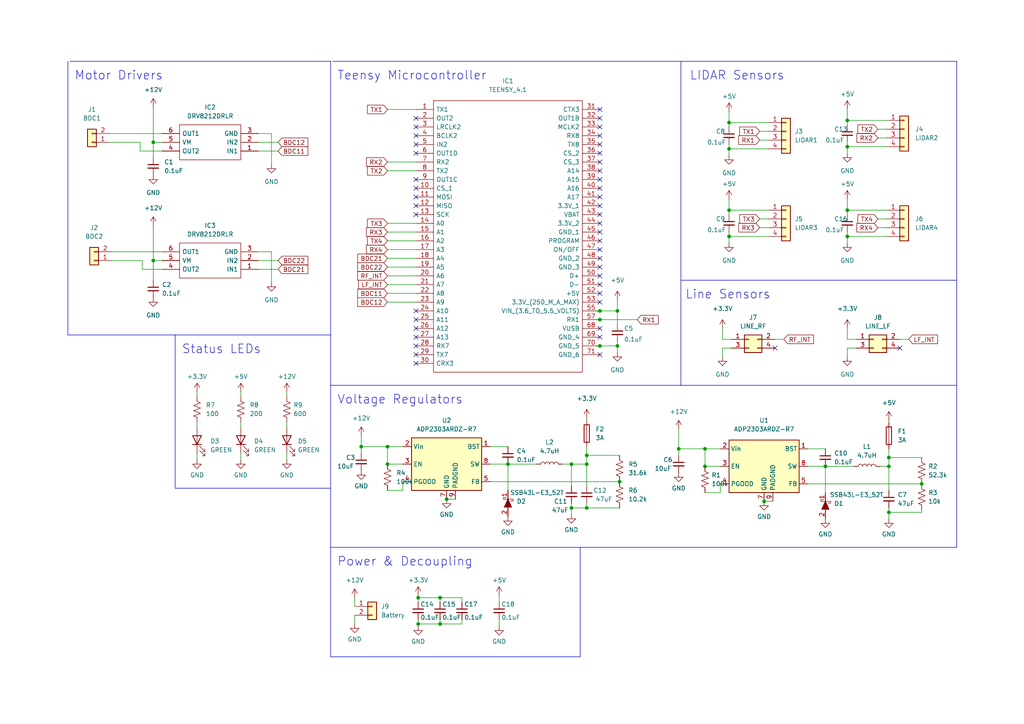
<source format=kicad_sch>
(kicad_sch (version 20230121) (generator eeschema)
  (paper "A4")
  (title_block (title "Ratatoulli_Board") (date "2023-03-07") (rev "1") (company "Georgia Instititute of Technology RoboJackets"))
  (lib_symbols
    (symbol "Connector_Generic:Conn_01x02" (pin_names (offset 1.016) hide)
      (property "Reference" "J" (at 0 2.54 0))
      (property "Value" "Conn_01x02" (at 0 -5.08 0))
      (symbol "Conn_01x02_1_1"
        (rectangle (start -1.27 -2.413) (end 0 -2.667) (stroke (width 0.1524)))
        (rectangle (start -1.27 0.127) (end 0 -0.127) (stroke (width 0.1524)))
        (rectangle (start -1.27 1.27) (end 1.27 -3.81) (stroke (width 0.254)) (fill (type background)))
        (pin passive line (at -5.08 0 0) (length 3.81) (name "Pin_1") (number "1"))
        (pin passive line (at -5.08 -2.54 0) (length 3.81) (name "Pin_2") (number "2"))
      )
    )
    (symbol "Connector_Generic:Conn_01x04" (pin_names (offset 1.016) hide)
      (property "Reference" "J" (at 0 5.08 0))
      (property "Value" "Conn_01x04" (at 0 -7.62 0))
      (symbol "Conn_01x04_1_1"
        (rectangle (start -1.27 -4.953) (end 0 -5.207) (stroke (width 0.1524)))
        (rectangle (start -1.27 -2.413) (end 0 -2.667) (stroke (width 0.1524)))
        (rectangle (start -1.27 0.127) (end 0 -0.127) (stroke (width 0.1524)))
        (rectangle (start -1.27 2.667) (end 0 2.413) (stroke (width 0.1524)))
        (rectangle (start -1.27 3.81) (end 1.27 -6.35) (stroke (width 0.254)) (fill (type background)))
        (pin passive line (at -5.08 2.54 0) (length 3.81) (name "Pin_1") (number "1"))
        (pin passive line (at -5.08 0 0) (length 3.81) (name "Pin_2") (number "2"))
        (pin passive line (at -5.08 -2.54 0) (length 3.81) (name "Pin_3") (number "3"))
        (pin passive line (at -5.08 -5.08 0) (length 3.81) (name "Pin_4") (number "4"))
      )
    )
    (symbol "Connector_Generic:Conn_02x02_Odd_Even" (pin_names (offset 1.016) hide)
      (property "Reference" "J" (at 1.27 2.54 0))
      (property "Value" "Conn_02x02_Odd_Even" (at 1.27 -5.08 0))
      (symbol "Conn_02x02_Odd_Even_1_1"
        (rectangle (start -1.27 -2.413) (end 0 -2.667) (stroke (width 0.1524)))
        (rectangle (start -1.27 0.127) (end 0 -0.127) (stroke (width 0.1524)))
        (rectangle (start -1.27 1.27) (end 3.81 -3.81) (stroke (width 0.254)) (fill (type background)))
        (rectangle (start 3.81 -2.413) (end 2.54 -2.667) (stroke (width 0.1524)))
        (rectangle (start 3.81 0.127) (end 2.54 -0.127) (stroke (width 0.1524)))
        (pin passive line (at -5.08 0 0) (length 3.81) (name "Pin_1") (number "1"))
        (pin passive line (at 7.62 0 180) (length 3.81) (name "Pin_2") (number "2"))
        (pin passive line (at -5.08 -2.54 0) (length 3.81) (name "Pin_3") (number "3"))
        (pin passive line (at 7.62 -2.54 180) (length 3.81) (name "Pin_4") (number "4"))
      )
    )
    (symbol "DRV8212DRLR:DRV8212DRLR" (pin_names (offset 0.762))
      (property "Reference" "IC" (at 24.13 7.62 0))
      (property "Value" "DRV8212DRLR" (at 24.13 5.08 0))
      (symbol "DRV8212DRLR_0_0"
        (pin passive line (at 0 0 0) (length 5.08) (name "IN1") (number "1"))
        (pin passive line (at 0 -2.54 0) (length 5.08) (name "IN2") (number "2"))
        (pin passive line (at 0 -5.08 0) (length 5.08) (name "GND") (number "3"))
        (pin passive line (at 27.94 0 180) (length 5.08) (name "OUT2") (number "4"))
        (pin passive line (at 27.94 -2.54 180) (length 5.08) (name "VM") (number "5"))
        (pin passive line (at 27.94 -5.08 180) (length 5.08) (name "OUT1") (number "6"))
      )
      (symbol "DRV8212DRLR_0_1"
        (polyline (pts (xy 5.08 2.54) (xy 22.86 2.54) (xy 22.86 -7.62) (xy 5.08 -7.62) (xy 5.08 2.54)) (stroke (width 0.1524)))
      )
    )
    (symbol "Device:C_Small" (pin_numbers hide) (pin_names (offset 0.254) hide)
      (property "Reference" "C" (at 0.254 1.778 0))
      (property "Value" "C_Small" (at 0.254 -2.032 0))
      (symbol "C_Small_0_1"
        (polyline (pts (xy -1.524 -0.508) (xy 1.524 -0.508)) (stroke (width 0.3302)))
        (polyline (pts (xy -1.524 0.508) (xy 1.524 0.508)) (stroke (width 0.3048)))
      )
      (symbol "C_Small_1_1"
        (pin passive line (at 0 2.54 270) (length 2.032) (name "~") (number "1"))
        (pin passive line (at 0 -2.54 90) (length 2.032) (name "~") (number "2"))
      )
    )
    (symbol "Device:Fuse" (pin_numbers hide) (pin_names (offset 0))
      (property "Reference" "F" (at 2.032 0 90))
      (property "Value" "Fuse" (at -1.905 0 90))
      (symbol "Fuse_0_1"
        (rectangle (start -0.762 -2.54) (end 0.762 2.54) (stroke (width 0.254)))
        (polyline (pts (xy 0 2.54) (xy 0 -2.54)))
      )
      (symbol "Fuse_1_1"
        (pin passive line (at 0 3.81 270) (length 1.27) (name "~") (number "1"))
        (pin passive line (at 0 -3.81 90) (length 1.27) (name "~") (number "2"))
      )
    )
    (symbol "Device:L" (pin_numbers hide) (pin_names (offset 1.016) hide)
      (property "Reference" "L" (at -1.27 0 90))
      (property "Value" "L" (at 1.905 0 90))
      (symbol "L_0_1"
        (arc (start 0 -2.54) (mid 0.6323 -1.905) (end 0 -1.27))
        (arc (start 0 -1.27) (mid 0.6323 -0.635) (end 0 0))
        (arc (start 0 0) (mid 0.6323 0.635) (end 0 1.27))
        (arc (start 0 1.27) (mid 0.6323 1.905) (end 0 2.54))
      )
      (symbol "L_1_1"
        (pin passive line (at 0 3.81 270) (length 1.27) (name "1") (number "1"))
        (pin passive line (at 0 -3.81 90) (length 1.27) (name "2") (number "2"))
      )
    )
    (symbol "Device:LED" (pin_numbers hide) (pin_names (offset 1.016) hide)
      (property "Reference" "D" (at 0 2.54 0))
      (property "Value" "LED" (at 0 -2.54 0))
      (symbol "LED_0_1"
        (polyline (pts (xy -1.27 -1.27) (xy -1.27 1.27)) (stroke (width 0.254)))
        (polyline (pts (xy -1.27 0) (xy 1.27 0)))
        (polyline (pts (xy 1.27 -1.27) (xy 1.27 1.27) (xy -1.27 0) (xy 1.27 -1.27)) (stroke (width 0.254)))
        (polyline (pts (xy -3.048 -0.762) (xy -4.572 -2.286) (xy -3.81 -2.286) (xy -4.572 -2.286) (xy -4.572 -1.524)))
        (polyline (pts (xy -1.778 -0.762) (xy -3.302 -2.286) (xy -2.54 -2.286) (xy -3.302 -2.286) (xy -3.302 -1.524)))
      )
      (symbol "LED_1_1"
        (pin passive line (at -3.81 0 0) (length 2.54) (name "K") (number "1"))
        (pin passive line (at 3.81 0 180) (length 2.54) (name "A") (number "2"))
      )
    )
    (symbol "Device:R_US" (pin_numbers hide) (pin_names (offset 0))
      (property "Reference" "R" (at 2.54 0 90))
      (property "Value" "R_US" (at -2.54 0 90))
      (symbol "R_US_0_1"
        (polyline (pts (xy 0 -2.286) (xy 0 -2.54)))
        (polyline (pts (xy 0 2.286) (xy 0 2.54)))
        (polyline (pts (xy 0 -0.762) (xy 1.016 -1.143) (xy 0 -1.524) (xy -1.016 -1.905) (xy 0 -2.286)))
        (polyline (pts (xy 0 0.762) (xy 1.016 0.381) (xy 0 0) (xy -1.016 -0.381) (xy 0 -0.762)))
        (polyline (pts (xy 0 2.286) (xy 1.016 1.905) (xy 0 1.524) (xy -1.016 1.143) (xy 0 0.762)))
      )
      (symbol "R_US_1_1"
        (pin passive line (at 0 3.81 270) (length 1.27) (name "~") (number "1"))
        (pin passive line (at 0 -3.81 90) (length 1.27) (name "~") (number "2"))
      )
    )
    (symbol "Regulator_Switching:ADP2303ARDZ"
      (property "Reference" "U" (at -10.16 8.89 0))
      (property "Value" "ADP2303ARDZ" (at -3.81 8.89 0))
      (symbol "ADP2303ARDZ_0_1"
        (rectangle (start -10.16 7.62) (end 10.16 -7.62) (stroke (width 0.254)) (fill (type background)))
      )
      (symbol "ADP2303ARDZ_1_1"
        (pin input line (at 12.7 5.08 180) (length 2.54) (name "BST") (number "1"))
        (pin power_in line (at -12.7 5.08 0) (length 2.54) (name "Vin") (number "2"))
        (pin input line (at -12.7 0 0) (length 2.54) (name "EN") (number "3"))
        (pin output line (at -12.7 -5.08 0) (length 2.54) (name "PGOOD") (number "4"))
        (pin input line (at 12.7 -5.08 180) (length 2.54) (name "FB") (number "5"))
        (pin no_connect line (at -10.16 2.54 0) (length 2.54) hide (name "NC") (number "6"))
        (pin power_in line (at 0 -10.16 90) (length 2.54) (name "GND") (number "7"))
        (pin power_out line (at 12.7 0 180) (length 2.54) (name "SW") (number "8"))
        (pin power_in line (at 2.54 -10.16 90) (length 2.54) (name "PADGND") (number "9"))
      )
    )
    (symbol "SSB43L-E3_52T:SSB43L-E3_52T" (pin_names (offset 0.762))
      (property "Reference" "D?" (at 3.81 -8.8899 90))
      (property "Value" "SSB43L-E3_52T" (at 3.81 -11.4299 90))
      (symbol "SSB43L-E3_52T_0_0"
        (pin passive line (at 5.08 0 0) (length 2.54) (name "~") (number "1"))
        (pin passive line (at 12.7 0 180) (length 2.54) (name "~") (number "2"))
      )
      (symbol "SSB43L-E3_52T_0_1"
        (polyline (pts (xy 5.08 0) (xy 7.62 0)) (stroke (width 0.1524)))
        (polyline (pts (xy 7.62 1.524) (xy 7.62 -1.27)) (stroke (width 0.1524)))
        (polyline (pts (xy 9.906 0) (xy 12.446 0)) (stroke (width 0.1524)))
        (polyline (pts (xy 7.62 -1.27) (xy 7.112 -1.27) (xy 7.112 -0.508)) (stroke (width 0.1524)))
        (polyline (pts (xy 7.62 1.524) (xy 8.128 1.524) (xy 8.128 0.762)) (stroke (width 0.1524)))
        (polyline (pts (xy 7.62 0) (xy 9.906 1.016) (xy 9.906 -1.016) (xy 7.62 0)) (stroke (width 0.254)) (fill (type outline)))
      )
    )
    (symbol "TEENSY_4.1:TEENSY_4.1" (pin_names (offset 0.762))
      (property "Reference" "IC" (at 49.53 7.62 0))
      (property "Value" "TEENSY_4.1" (at 49.53 5.08 0))
      (symbol "TEENSY_4.1_0_0"
        (pin passive line (at 0 0 0) (length 5.08) (name "TX1") (number "1"))
        (pin passive line (at 0 -22.86 0) (length 5.08) (name "CS_1") (number "10"))
        (pin passive line (at 0 -25.4 0) (length 5.08) (name "MOSI") (number "11"))
        (pin passive line (at 0 -27.94 0) (length 5.08) (name "MISO") (number "12"))
        (pin passive line (at 0 -30.48 0) (length 5.08) (name "SCK") (number "13"))
        (pin passive line (at 0 -33.02 0) (length 5.08) (name "A0") (number "14"))
        (pin passive line (at 0 -35.56 0) (length 5.08) (name "A1") (number "15"))
        (pin passive line (at 0 -38.1 0) (length 5.08) (name "A2") (number "16"))
        (pin passive line (at 0 -40.64 0) (length 5.08) (name "A3") (number "17"))
        (pin passive line (at 0 -43.18 0) (length 5.08) (name "A4") (number "18"))
        (pin passive line (at 0 -45.72 0) (length 5.08) (name "A5") (number "19"))
        (pin passive line (at 0 -2.54 0) (length 5.08) (name "OUT2") (number "2"))
        (pin passive line (at 0 -48.26 0) (length 5.08) (name "A6") (number "20"))
        (pin passive line (at 0 -50.8 0) (length 5.08) (name "A7") (number "21"))
        (pin passive line (at 0 -53.34 0) (length 5.08) (name "A8") (number "22"))
        (pin passive line (at 0 -55.88 0) (length 5.08) (name "A9") (number "23"))
        (pin passive line (at 0 -58.42 0) (length 5.08) (name "A10") (number "24"))
        (pin passive line (at 0 -60.96 0) (length 5.08) (name "A11") (number "25"))
        (pin passive line (at 0 -63.5 0) (length 5.08) (name "A12") (number "26"))
        (pin passive line (at 0 -66.04 0) (length 5.08) (name "A13") (number "27"))
        (pin passive line (at 0 -68.58 0) (length 5.08) (name "RX7") (number "28"))
        (pin passive line (at 0 -71.12 0) (length 5.08) (name "TX7") (number "29"))
        (pin passive line (at 0 -5.08 0) (length 5.08) (name "LRCLK2") (number "3"))
        (pin passive line (at 0 -73.66 0) (length 5.08) (name "CRX3") (number "30"))
        (pin passive line (at 53.34 0 180) (length 5.08) (name "CTX3") (number "31"))
        (pin passive line (at 53.34 -2.54 180) (length 5.08) (name "OUT1B") (number "32"))
        (pin passive line (at 53.34 -5.08 180) (length 5.08) (name "MCLK2") (number "33"))
        (pin passive line (at 53.34 -7.62 180) (length 5.08) (name "RX8") (number "34"))
        (pin passive line (at 53.34 -10.16 180) (length 5.08) (name "TX8") (number "35"))
        (pin passive line (at 53.34 -12.7 180) (length 5.08) (name "CS_2") (number "36"))
        (pin passive line (at 53.34 -15.24 180) (length 5.08) (name "CS_3") (number "37"))
        (pin passive line (at 53.34 -17.78 180) (length 5.08) (name "A14") (number "38"))
        (pin passive line (at 53.34 -20.32 180) (length 5.08) (name "A15") (number "39"))
        (pin passive line (at 0 -7.62 0) (length 5.08) (name "BCLK2") (number "4"))
        (pin passive line (at 53.34 -22.86 180) (length 5.08) (name "A16") (number "40"))
        (pin passive line (at 53.34 -25.4 180) (length 5.08) (name "A17") (number "41"))
        (pin passive line (at 53.34 -27.94 180) (length 5.08) (name "3.3V_1") (number "42"))
        (pin passive line (at 53.34 -30.48 180) (length 5.08) (name "VBAT") (number "43"))
        (pin passive line (at 53.34 -33.02 180) (length 5.08) (name "3.3V_2") (number "44"))
        (pin passive line (at 53.34 -35.56 180) (length 5.08) (name "GND_1") (number "45"))
        (pin passive line (at 53.34 -38.1 180) (length 5.08) (name "PROGRAM") (number "46"))
        (pin passive line (at 53.34 -40.64 180) (length 5.08) (name "ON/OFF") (number "47"))
        (pin passive line (at 53.34 -43.18 180) (length 5.08) (name "GND_2") (number "48"))
        (pin passive line (at 53.34 -45.72 180) (length 5.08) (name "GND_3") (number "49"))
        (pin passive line (at 0 -10.16 0) (length 5.08) (name "IN2") (number "5"))
        (pin passive line (at 53.34 -48.26 180) (length 5.08) (name "D+") (number "50"))
        (pin passive line (at 53.34 -50.8 180) (length 5.08) (name "D-") (number "51"))
        (pin passive line (at 53.34 -53.34 180) (length 5.08) (name "+5V") (number "52"))
        (pin passive line (at 53.34 -55.88 180) (length 5.08) (name "3.3V_(250_M_A_MAX)") (number "53"))
        (pin passive line (at 53.34 -58.42 180) (length 5.08) (name "VIN_(3.6_TO_5.5_VOLTS)") (number "55"))
        (pin passive line (at 53.34 -60.96 180) (length 5.08) (name "RX1") (number "57"))
        (pin passive line (at 0 -12.7 0) (length 5.08) (name "OUT1D") (number "6"))
        (pin passive line (at 53.34 -63.5 180) (length 5.08) (name "VUSB") (number "68"))
        (pin passive line (at 53.34 -66.04 180) (length 5.08) (name "GND_4") (number "69"))
        (pin passive line (at 0 -15.24 0) (length 5.08) (name "RX2") (number "7"))
        (pin passive line (at 53.34 -68.58 180) (length 5.08) (name "GND_5") (number "70"))
        (pin passive line (at 53.34 -71.12 180) (length 5.08) (name "GND_6") (number "71"))
        (pin passive line (at 0 -17.78 0) (length 5.08) (name "TX2") (number "8"))
        (pin passive line (at 0 -20.32 0) (length 5.08) (name "OUT1C") (number "9"))
      )
      (symbol "TEENSY_4.1_0_1"
        (polyline (pts (xy 5.08 2.54) (xy 48.26 2.54) (xy 48.26 -76.2) (xy 5.08 -76.2) (xy 5.08 2.54)) (stroke (width 0.1524)))
      )
    )
    (symbol "power:+12V" (power) (pin_names (offset 0))
      (property "Value" "+12V" (at 0 3.556 0))
      (symbol "+12V_0_1"
        (polyline (pts (xy -0.762 1.27) (xy 0 2.54)))
        (polyline (pts (xy 0 0) (xy 0 2.54)))
        (polyline (pts (xy 0 2.54) (xy 0.762 1.27)))
      )
      (symbol "+12V_1_1"
        (pin power_in line (at 0 0 90) (length 0) hide (name "+12V") (number "1"))
      )
    )
    (symbol "power:+3.3V" (power) (pin_names (offset 0))
      (property "Value" "+3.3V" (at 0 3.556 0))
      (symbol "+3.3V_0_1"
        (polyline (pts (xy -0.762 1.27) (xy 0 2.54)))
        (polyline (pts (xy 0 0) (xy 0 2.54)))
        (polyline (pts (xy 0 2.54) (xy 0.762 1.27)))
      )
      (symbol "+3.3V_1_1"
        (pin power_in line (at 0 0 90) (length 0) hide (name "+3.3V") (number "1"))
      )
    )
    (symbol "power:+5V" (power) (pin_names (offset 0))
      (property "Value" "+5V" (at 0 3.556 0))
      (symbol "+5V_0_1"
        (polyline (pts (xy -0.762 1.27) (xy 0 2.54)))
        (polyline (pts (xy 0 0) (xy 0 2.54)))
        (polyline (pts (xy 0 2.54) (xy 0.762 1.27)))
      )
      (symbol "+5V_1_1"
        (pin power_in line (at 0 0 90) (length 0) hide (name "+5V") (number "1"))
      )
    )
    (symbol "power:GND" (power) (pin_names (offset 0))
      (property "Value" "GND" (at 0 -3.81 0))
      (symbol "GND_0_1"
        (polyline (pts (xy 0 0) (xy 0 -1.27) (xy 1.27 -1.27) (xy 0 -2.54) (xy -1.27 -1.27) (xy 0 -1.27)))
      )
      (symbol "GND_1_1"
        (pin power_in line (at 0 0 270) (length 0) hide (name "GND") (number "1"))
      )
    )
  )
  (junction (at 127.635 173.355))
  (junction (at 211.455 60.96))
  (junction (at 170.18 132.08))
  (junction (at 267.335 140.335))
  (junction (at 170.18 147.32))
  (junction (at 196.85 130.175))
  (junction (at 112.395 134.62))
  (junction (at 170.18 134.62))
  (junction (at 173.99 100.33))
  (junction (at 257.81 132.715))
  (junction (at 179.705 139.7))
  (junction (at 179.07 90.17))
  (junction (at 165.735 134.62))
  (junction (at 257.81 148.59))
  (junction (at 173.99 90.17))
  (junction (at 204.47 135.255))
  (junction (at 245.745 68.58))
  (junction (at 211.455 68.58))
  (junction (at 173.99 92.71))
  (junction (at 112.395 129.54))
  (junction (at 129.54 144.78))
  (junction (at 211.455 43.18))
  (junction (at 44.45 41.275))
  (junction (at 104.775 129.54))
  (junction (at 127.635 180.975))
  (junction (at 211.455 35.56))
  (junction (at 179.07 100.33))
  (junction (at 245.745 42.545))
  (junction (at 257.81 135.255))
  (junction (at 165.735 147.32))
  (junction (at 239.395 135.255))
  (junction (at 245.745 34.925))
  (junction (at 245.745 60.96))
  (junction (at 44.45 75.565))
  (junction (at 204.47 130.175))
  (junction (at 147.32 134.62))
  (junction (at 221.615 145.415))
  (junction (at 121.285 180.975))
  (junction (at 121.285 173.355))
  (no_connect (at 173.99 82.55))
  (no_connect (at 120.65 97.79))
  (no_connect (at 224.79 100.965))
  (no_connect (at 173.99 77.47))
  (no_connect (at 120.65 54.61))
  (no_connect (at 173.99 39.37))
  (no_connect (at 120.65 59.69))
  (no_connect (at 173.99 49.53))
  (no_connect (at 173.99 62.23))
  (no_connect (at 120.65 52.07))
  (no_connect (at 173.99 44.45))
  (no_connect (at 120.65 36.83))
  (no_connect (at 120.65 92.71))
  (no_connect (at 173.99 64.77))
  (no_connect (at 173.99 59.69))
  (no_connect (at 120.65 90.17))
  (no_connect (at 173.99 36.83))
  (no_connect (at 120.65 41.91))
  (no_connect (at 173.99 102.87))
  (no_connect (at 173.99 57.15))
  (no_connect (at 173.99 97.79))
  (no_connect (at 120.65 100.33))
  (no_connect (at 173.99 95.25))
  (no_connect (at 173.99 74.93))
  (no_connect (at 173.99 41.91))
  (no_connect (at 173.99 85.09))
  (no_connect (at 120.65 57.15))
  (no_connect (at 173.99 34.29))
  (no_connect (at 120.65 44.45))
  (no_connect (at 120.65 34.29))
  (no_connect (at 173.99 67.31))
  (no_connect (at 173.99 80.01))
  (no_connect (at 260.985 100.965))
  (no_connect (at 173.99 72.39))
  (no_connect (at 173.99 52.07))
  (no_connect (at 120.65 95.25))
  (no_connect (at 120.65 105.41))
  (no_connect (at 120.65 102.87))
  (no_connect (at 173.99 87.63))
  (no_connect (at 173.99 54.61))
  (no_connect (at 173.99 31.75))
  (no_connect (at 173.99 46.99))
  (no_connect (at 173.99 69.85))
  (no_connect (at 120.65 62.23))
  (no_connect (at 120.65 39.37))
  (wire (pts (xy 44.45 75.565) (xy 44.45 81.28)))
  (wire (pts (xy 239.395 135.255) (xy 247.65 135.255)))
  (wire (pts (xy 112.395 64.77) (xy 120.65 64.77)))
  (wire (pts (xy 211.455 68.58) (xy 211.455 70.485)))
  (wire (pts (xy 208.915 130.175) (xy 204.47 130.175)))
  (wire (pts (xy 74.93 78.105) (xy 80.645 78.105)))
  (wire (pts (xy 74.93 41.275) (xy 80.645 41.275)))
  (wire (pts (xy 112.395 129.54) (xy 104.775 129.54)))
  (wire (pts (xy 257.81 132.715) (xy 267.335 132.715)))
  (polyline (pts (xy 277.495 111.76) (xy 277.495 158.75)))
  (wire (pts (xy 74.93 73.025) (xy 78.74 73.025)))
  (polyline (pts (xy 50.8 97.155) (xy 50.8 141.605)))
  (wire (pts (xy 170.18 146.05) (xy 170.18 147.32)))
  (wire (pts (xy 234.315 135.255) (xy 239.395 135.255)))
  (wire (pts (xy 170.18 121.285) (xy 170.18 121.92)))
  (wire (pts (xy 147.32 134.62) (xy 155.575 134.62)))
  (wire (pts (xy 224.79 98.425) (xy 227.33 98.425)))
  (wire (pts (xy 121.285 172.72) (xy 121.285 173.355)))
  (wire (pts (xy 257.81 148.59) (xy 257.81 150.495)))
  (wire (pts (xy 245.745 68.58) (xy 257.175 68.58)))
  (wire (pts (xy 32.385 73.025) (xy 46.99 73.025)))
  (wire (pts (xy 220.345 63.5) (xy 222.885 63.5)))
  (wire (pts (xy 112.395 82.55) (xy 120.65 82.55)))
  (wire (pts (xy 78.74 81.915) (xy 78.74 73.025)))
  (polyline (pts (xy 197.485 17.78) (xy 197.485 111.76)))
  (wire (pts (xy 40.64 41.275) (xy 40.64 43.815)))
  (polyline (pts (xy 197.485 17.78) (xy 277.495 17.78)))
  (wire (pts (xy 211.455 41.91) (xy 211.455 43.18)))
  (wire (pts (xy 211.455 35.56) (xy 211.455 36.83)))
  (wire (pts (xy 196.85 130.175) (xy 196.85 124.46)))
  (wire (pts (xy 127.635 180.975) (xy 133.985 180.975)))
  (wire (pts (xy 142.24 134.62) (xy 147.32 134.62)))
  (wire (pts (xy 46.99 78.105) (xy 41.275 78.105)))
  (wire (pts (xy 127.635 173.355) (xy 127.635 174.625)))
  (wire (pts (xy 170.18 147.32) (xy 179.705 147.32)))
  (polyline (pts (xy 95.885 97.155) (xy 19.685 97.155)))
  (wire (pts (xy 245.745 41.275) (xy 245.745 42.545)))
  (wire (pts (xy 211.455 32.385) (xy 211.455 35.56)))
  (wire (pts (xy 112.395 134.62) (xy 116.84 134.62)))
  (wire (pts (xy 102.87 178.435) (xy 102.87 180.975)))
  (wire (pts (xy 221.615 145.415) (xy 224.155 145.415)))
  (wire (pts (xy 208.915 142.875) (xy 204.47 142.875)))
  (wire (pts (xy 112.395 87.63) (xy 120.65 87.63)))
  (wire (pts (xy 112.395 31.75) (xy 120.65 31.75)))
  (wire (pts (xy 211.455 35.56) (xy 222.885 35.56)))
  (wire (pts (xy 179.07 100.33) (xy 173.99 100.33)))
  (wire (pts (xy 220.345 66.04) (xy 222.885 66.04)))
  (wire (pts (xy 31.75 38.735) (xy 46.99 38.735)))
  (wire (pts (xy 144.78 172.72) (xy 144.78 174.625)))
  (wire (pts (xy 112.395 67.31) (xy 120.65 67.31)))
  (wire (pts (xy 112.395 46.99) (xy 120.65 46.99)))
  (wire (pts (xy 165.735 147.32) (xy 170.18 147.32)))
  (wire (pts (xy 112.395 77.47) (xy 120.65 77.47)))
  (polyline (pts (xy 95.885 158.75) (xy 95.885 111.76)))
  (wire (pts (xy 44.45 41.275) (xy 46.99 41.275)))
  (wire (pts (xy 170.18 132.08) (xy 170.18 134.62)))
  (wire (pts (xy 204.47 135.255) (xy 208.915 135.255)))
  (wire (pts (xy 133.985 173.355) (xy 127.635 173.355)))
  (wire (pts (xy 254.635 66.04) (xy 257.175 66.04)))
  (wire (pts (xy 220.345 40.64) (xy 222.885 40.64)))
  (wire (pts (xy 245.745 34.925) (xy 245.745 36.195)))
  (wire (pts (xy 172.72 92.71) (xy 173.99 92.71)))
  (wire (pts (xy 112.395 129.54) (xy 112.395 134.62)))
  (wire (pts (xy 147.32 134.62) (xy 147.32 142.24)))
  (wire (pts (xy 173.99 92.71) (xy 184.785 92.71)))
  (wire (pts (xy 142.24 129.54) (xy 147.32 129.54)))
  (polyline (pts (xy 95.885 111.76) (xy 95.885 97.155)))
  (wire (pts (xy 112.395 69.85) (xy 120.65 69.85)))
  (wire (pts (xy 209.55 98.425) (xy 209.55 95.25)))
  (wire (pts (xy 116.84 139.7) (xy 116.84 142.24)))
  (wire (pts (xy 40.64 43.815) (xy 46.99 43.815)))
  (polyline (pts (xy 277.495 81.28) (xy 197.485 81.28)))
  (polyline (pts (xy 277.495 158.75) (xy 95.885 158.75)))
  (wire (pts (xy 127.635 173.355) (xy 121.285 173.355)))
  (wire (pts (xy 254.635 63.5) (xy 257.175 63.5)))
  (polyline (pts (xy 277.495 111.76) (xy 197.485 111.76)))
  (polyline (pts (xy 277.495 81.28) (xy 277.495 111.76)))
  (wire (pts (xy 211.455 68.58) (xy 222.885 68.58)))
  (wire (pts (xy 245.745 34.925) (xy 257.175 34.925)))
  (wire (pts (xy 173.99 90.17) (xy 179.07 90.17)))
  (wire (pts (xy 112.395 74.93) (xy 120.65 74.93)))
  (polyline (pts (xy 50.8 141.605) (xy 95.885 141.605)))
  (wire (pts (xy 260.985 98.425) (xy 263.525 98.425)))
  (polyline (pts (xy 277.495 17.78) (xy 277.495 81.28)))
  (wire (pts (xy 74.93 75.565) (xy 80.645 75.565)))
  (wire (pts (xy 69.85 113.665) (xy 69.85 114.935)))
  (wire (pts (xy 257.81 121.92) (xy 257.81 122.555)))
  (wire (pts (xy 69.85 122.555) (xy 69.85 123.825)))
  (wire (pts (xy 234.315 140.335) (xy 267.335 140.335)))
  (polyline (pts (xy 95.885 190.5) (xy 95.885 158.75)))
  (wire (pts (xy 104.775 129.54) (xy 104.775 126.365)))
  (wire (pts (xy 179.07 99.06) (xy 179.07 100.33)))
  (wire (pts (xy 239.395 135.255) (xy 239.395 142.875)))
  (wire (pts (xy 44.45 41.275) (xy 44.45 45.72)))
  (wire (pts (xy 112.395 49.53) (xy 120.65 49.53)))
  (wire (pts (xy 57.15 122.555) (xy 57.15 123.825)))
  (wire (pts (xy 245.745 60.96) (xy 257.175 60.96)))
  (polyline (pts (xy 95.885 17.78) (xy 95.885 97.155)))
  (wire (pts (xy 211.455 43.18) (xy 211.455 45.085)))
  (wire (pts (xy 165.735 147.32) (xy 165.735 149.225)))
  (wire (pts (xy 211.455 60.96) (xy 222.885 60.96)))
  (wire (pts (xy 133.985 174.625) (xy 133.985 173.355)))
  (wire (pts (xy 209.55 100.965) (xy 209.55 103.505)))
  (wire (pts (xy 245.745 60.96) (xy 245.745 62.23)))
  (wire (pts (xy 116.84 142.24) (xy 112.395 142.24)))
  (wire (pts (xy 112.395 85.09) (xy 120.65 85.09)))
  (wire (pts (xy 254.635 37.465) (xy 257.175 37.465)))
  (wire (pts (xy 78.74 38.735) (xy 74.93 38.735)))
  (wire (pts (xy 165.735 134.62) (xy 170.18 134.62)))
  (polyline (pts (xy 19.685 17.78) (xy 19.685 97.155)))
  (wire (pts (xy 44.45 65.405) (xy 44.45 75.565)))
  (wire (pts (xy 41.275 78.105) (xy 41.275 75.565)))
  (wire (pts (xy 83.185 131.445) (xy 83.185 133.35)))
  (wire (pts (xy 211.455 67.31) (xy 211.455 68.58)))
  (wire (pts (xy 121.285 179.705) (xy 121.285 180.975)))
  (wire (pts (xy 129.54 144.78) (xy 132.08 144.78)))
  (wire (pts (xy 172.72 90.17) (xy 173.99 90.17)))
  (wire (pts (xy 121.285 173.355) (xy 121.285 174.625)))
  (wire (pts (xy 208.915 140.335) (xy 208.915 142.875)))
  (wire (pts (xy 83.185 122.555) (xy 83.185 123.825)))
  (wire (pts (xy 57.15 113.665) (xy 57.15 114.935)))
  (wire (pts (xy 163.195 134.62) (xy 165.735 134.62)))
  (wire (pts (xy 104.775 129.54) (xy 104.775 131.445)))
  (wire (pts (xy 204.47 130.175) (xy 204.47 135.255)))
  (wire (pts (xy 248.285 98.425) (xy 245.745 98.425)))
  (wire (pts (xy 248.285 100.965) (xy 245.745 100.965)))
  (wire (pts (xy 116.84 129.54) (xy 112.395 129.54)))
  (wire (pts (xy 254.635 40.005) (xy 257.175 40.005)))
  (wire (pts (xy 83.185 113.665) (xy 83.185 114.935)))
  (wire (pts (xy 121.285 180.975) (xy 127.635 180.975)))
  (wire (pts (xy 267.335 148.59) (xy 267.335 147.955)))
  (wire (pts (xy 255.27 135.255) (xy 257.81 135.255)))
  (wire (pts (xy 144.78 179.705) (xy 144.78 181.61)))
  (wire (pts (xy 165.735 146.05) (xy 165.735 147.32)))
  (wire (pts (xy 245.745 95.25) (xy 245.745 98.425)))
  (wire (pts (xy 245.745 42.545) (xy 245.745 44.45)))
  (wire (pts (xy 234.315 130.175) (xy 239.395 130.175)))
  (wire (pts (xy 170.18 140.97) (xy 170.18 134.62)))
  (wire (pts (xy 142.24 139.7) (xy 179.705 139.7)))
  (wire (pts (xy 245.745 57.785) (xy 245.745 60.96)))
  (polyline (pts (xy 168.275 158.75) (xy 168.275 190.5)))
  (wire (pts (xy 245.745 42.545) (xy 257.175 42.545)))
  (polyline (pts (xy 20.32 17.78) (xy 95.885 17.78)))
  (wire (pts (xy 78.74 38.735) (xy 78.74 47.625)))
  (wire (pts (xy 204.47 130.175) (xy 196.85 130.175)))
  (wire (pts (xy 245.745 67.31) (xy 245.745 68.58)))
  (wire (pts (xy 220.345 38.1) (xy 222.885 38.1)))
  (polyline (pts (xy 197.485 111.76) (xy 95.885 111.76)))
  (wire (pts (xy 196.85 130.175) (xy 196.85 132.08)))
  (wire (pts (xy 257.81 147.32) (xy 257.81 148.59)))
  (wire (pts (xy 245.745 31.75) (xy 245.745 34.925)))
  (wire (pts (xy 102.87 175.895) (xy 102.87 173.355)))
  (wire (pts (xy 245.745 68.58) (xy 245.745 70.485)))
  (wire (pts (xy 257.81 135.255) (xy 257.81 142.24)))
  (wire (pts (xy 257.81 132.715) (xy 257.81 135.255)))
  (wire (pts (xy 31.75 41.275) (xy 40.64 41.275)))
  (wire (pts (xy 179.07 86.995) (xy 179.07 90.17)))
  (wire (pts (xy 69.85 131.445) (xy 69.85 133.35)))
  (wire (pts (xy 211.455 43.18) (xy 222.885 43.18)))
  (wire (pts (xy 41.275 75.565) (xy 32.385 75.565)))
  (wire (pts (xy 212.09 98.425) (xy 209.55 98.425)))
  (wire (pts (xy 112.395 72.39) (xy 120.65 72.39)))
  (wire (pts (xy 46.99 75.565) (xy 44.45 75.565)))
  (wire (pts (xy 127.635 179.705) (xy 127.635 180.975)))
  (wire (pts (xy 257.81 148.59) (xy 267.335 148.59)))
  (wire (pts (xy 112.395 80.01) (xy 120.65 80.01)))
  (polyline (pts (xy 96.52 17.78) (xy 197.485 17.78)))
  (wire (pts (xy 172.72 100.33) (xy 173.99 100.33)))
  (polyline (pts (xy 168.275 190.5) (xy 95.885 190.5)))
  (wire (pts (xy 211.455 57.785) (xy 211.455 60.96)))
  (wire (pts (xy 74.93 43.815) (xy 80.645 43.815)))
  (wire (pts (xy 245.745 100.965) (xy 245.745 103.505)))
  (wire (pts (xy 165.735 134.62) (xy 165.735 140.97)))
  (wire (pts (xy 212.09 100.965) (xy 209.55 100.965)))
  (wire (pts (xy 133.985 179.705) (xy 133.985 180.975)))
  (wire (pts (xy 179.07 90.17) (xy 179.07 93.98)))
  (wire (pts (xy 179.07 100.33) (xy 179.07 102.235)))
  (wire (pts (xy 44.45 31.115) (xy 44.45 41.275)))
  (wire (pts (xy 211.455 60.96) (xy 211.455 62.23)))
  (wire (pts (xy 257.81 130.175) (xy 257.81 132.715)))
  (wire (pts (xy 121.285 180.975) (xy 121.285 181.61)))
  (wire (pts (xy 170.18 129.54) (xy 170.18 132.08)))
  (wire (pts (xy 170.18 132.08) (xy 179.705 132.08)))
  (wire (pts (xy 57.15 131.445) (xy 57.15 133.35)))
  (text "Power & Decoupling" (at 97.79 164.465 0) (effects (font (size 2.54 2.54)) (justify left bottom)))
  (text "Line Sensors" (at 198.755 86.995 0) (effects (font (size 2.54 2.54)) (justify left bottom)))
  (text "Voltage Regulators" (at 97.79 117.475 0) (effects (font (size 2.54 2.54)) (justify left bottom)))
  (text "Motor Drivers" (at 21.59 23.495 0) (effects (font (size 2.54 2.54)) (justify left bottom)))
  (text "Teensy Microcontroller" (at 97.79 23.495 0) (effects (font (size 2.54 2.54)) (justify left bottom)))
  (text "Status LEDs" (at 52.705 102.87 0) (effects (font (size 2.54 2.54)) (justify left bottom)))
  (text "LIDAR Sensors" (at 200.025 23.495 0) (effects (font (size 2.54 2.54)) (justify left bottom)))
  (global_label "TX1" (shape input) (at 112.395 31.75 180) (property "Intersheetrefs" "${INTERSHEET_REFS}" (effects hide)))
  (global_label "TX1" (shape input) (at 220.345 38.1 180) (property "Intersheetrefs" "${INTERSHEET_REFS}" (effects hide)))
  (global_label "RX1" (shape input) (at 220.345 40.64 180) (property "Intersheetrefs" "${INTERSHEET_REFS}" (effects hide)))
  (global_label "BDC22" (shape input) (at 80.645 75.565 0) (property "Intersheetrefs" "${INTERSHEET_REFS}" (effects hide)))
  (global_label "LF_INT" (shape input) (at 263.525 98.425 0) (property "Intersheetrefs" "${INTERSHEET_REFS}" (effects hide)))
  (global_label "RX2" (shape input) (at 254.635 40.005 180) (property "Intersheetrefs" "${INTERSHEET_REFS}" (effects hide)))
  (global_label "BDC11" (shape input) (at 80.645 43.815 0) (property "Intersheetrefs" "${INTERSHEET_REFS}" (effects hide)))
  (global_label "BDC11" (shape input) (at 112.395 85.09 180) (property "Intersheetrefs" "${INTERSHEET_REFS}" (effects hide)))
  (global_label "BDC12" (shape input) (at 112.395 87.63 180) (property "Intersheetrefs" "${INTERSHEET_REFS}" (effects hide)))
  (global_label "RX4" (shape input) (at 254.635 66.04 180) (property "Intersheetrefs" "${INTERSHEET_REFS}" (effects hide)))
  (global_label "RF_INT" (shape input) (at 227.33 98.425 0) (property "Intersheetrefs" "${INTERSHEET_REFS}" (effects hide)))
  (global_label "TX3" (shape input) (at 112.395 64.77 180) (property "Intersheetrefs" "${INTERSHEET_REFS}" (effects hide)))
  (global_label "TX4" (shape input) (at 112.395 69.85 180) (property "Intersheetrefs" "${INTERSHEET_REFS}" (effects hide)))
  (global_label "LF_INT" (shape input) (at 112.395 82.55 180) (property "Intersheetrefs" "${INTERSHEET_REFS}" (effects hide)))
  (global_label "BDC21" (shape input) (at 112.395 74.93 180) (property "Intersheetrefs" "${INTERSHEET_REFS}" (effects hide)))
  (global_label "BDC22" (shape input) (at 112.395 77.47 180) (property "Intersheetrefs" "${INTERSHEET_REFS}" (effects hide)))
  (global_label "RX1" (shape input) (at 184.785 92.71 0) (property "Intersheetrefs" "${INTERSHEET_REFS}" (effects hide)))
  (global_label "RX4" (shape input) (at 112.395 72.39 180) (property "Intersheetrefs" "${INTERSHEET_REFS}" (effects hide)))
  (global_label "BDC12" (shape input) (at 80.645 41.275 0) (property "Intersheetrefs" "${INTERSHEET_REFS}" (effects hide)))
  (global_label "BDC21" (shape input) (at 80.645 78.105 0) (property "Intersheetrefs" "${INTERSHEET_REFS}" (effects hide)))
  (global_label "TX4" (shape input) (at 254.635 63.5 180) (property "Intersheetrefs" "${INTERSHEET_REFS}" (effects hide)))
  (global_label "RF_INT" (shape input) (at 112.395 80.01 180) (property "Intersheetrefs" "${INTERSHEET_REFS}" (effects hide)))
  (global_label "RX3" (shape input) (at 220.345 66.04 180) (property "Intersheetrefs" "${INTERSHEET_REFS}" (effects hide)))
  (global_label "TX2" (shape input) (at 112.395 49.53 180) (property "Intersheetrefs" "${INTERSHEET_REFS}" (effects hide)))
  (global_label "TX3" (shape input) (at 220.345 63.5 180) (property "Intersheetrefs" "${INTERSHEET_REFS}" (effects hide)))
  (global_label "TX2" (shape input) (at 254.635 37.465 180) (property "Intersheetrefs" "${INTERSHEET_REFS}" (effects hide)))
  (global_label "RX3" (shape input) (at 112.395 67.31 180) (property "Intersheetrefs" "${INTERSHEET_REFS}" (effects hide)))
  (global_label "RX2" (shape input) (at 112.395 46.99 180) (property "Intersheetrefs" "${INTERSHEET_REFS}" (effects hide)))
  (symbol (lib_id "power:GND") (at 129.54 144.78 0) (unit 1)
    (property "Reference" "#PWR0127" (effects hide))
    (property "Value" "GND" (at 129.54 149.225 0))
  )
  (symbol (lib_id "power:GND") (at 257.81 150.495 0) (unit 1)
    (property "Reference" "#PWR0119" (effects hide))
    (property "Value" "GND" (at 257.81 154.94 0))
  )
  (symbol (lib_id "power:GND") (at 69.85 133.35 0) (unit 1)
    (property "Reference" "#PWR0135" (effects hide))
    (property "Value" "GND" (at 69.85 137.795 0))
  )
  (symbol (lib_id "Connector_Generic:Conn_02x02_Odd_Even") (at 217.17 98.425 0) (unit 1)
    (property "Reference" "J7" (at 218.44 92.075 0))
    (property "Value" "LINE_RF" (at 218.44 94.615 0))
  )
  (symbol (lib_id "Device:C_Small") (at 196.85 134.62 0) (unit 1)
    (property "Reference" "C6" (at 192.405 133.35 0) (effects (justify left)))
    (property "Value" "10uF" (at 189.865 135.89 0) (effects (justify left)))
    (property "Footprint" "Capacitor_SMD:C_0201_0603Metric" (effects hide))
  )
  (symbol (lib_id "Device:R_US") (at 57.15 118.745 0) (unit 1)
    (property "Reference" "R7" (at 59.69 117.4749 0) (effects (justify left)))
    (property "Value" "100" (at 59.69 120.0149 0) (effects (justify left)))
  )
  (symbol (lib_id "DRV8212DRLR:DRV8212DRLR") (at 74.93 78.105 180) (unit 1)
    (property "Reference" "IC3" (at 60.96 65.405 0))
    (property "Value" "DRV8212DRLR" (at 60.96 67.945 0))
    (property "Footprint" "RatatoulliLibrary:SOTFL50P160X60-6N" (effects hide))
    (property "Datasheet" "https://www.ti.com/lit/ds/symlink/drv8212.pdf?ts=1631761675954&ref_url=https%253A%252F%252Fwww.ti.com%252Fstore%252Fti%252Fen%252Fp%252Fproduct%252F%253Fp%253DDRV8212DRLR%2526keyMatch%253DDRV8212DRLR%2526tisearch%253Dsearch-everything%2526usecase%253DOPN" (effects hide))
    (property "Description" "Motor / Motion / Ignition Controllers & Drivers 12-V, 2-A Low voltage H-bridge motor driver" (effects hide))
    (property "Height" "0.6" (effects hide))
    (property "Manufacturer_Name" "Texas Instruments" (effects hide))
    (property "Manufacturer_Part_Number" "DRV8212DRLR" (effects hide))
    (property "Mouser Part Number" "595-DRV8212DRLR" (effects hide))
    (property "Mouser Price/Stock" "https://www.mouser.co.uk/ProductDetail/Texas-Instruments/DRV8212DRLR?qs=7D1LtPJG0i3wtDTC%2FUQdKg%3D%3D" (effects hide))
  )
  (symbol (lib_id "Connector_Generic:Conn_01x04") (at 262.255 37.465 0) (unit 1)
    (property "Reference" "J4" (at 265.43 37.4649 0) (effects (justify left)))
    (property "Value" "LIDAR2" (at 265.43 40.0049 0) (effects (justify left)))
  )
  (symbol (lib_id "power:+3.3V") (at 245.745 95.25 0) (unit 1)
    (property "Reference" "#PWR0113" (effects hide))
    (property "Value" "+3.3V" (at 245.745 89.535 0))
  )
  (symbol (lib_id "power:+12V") (at 83.185 113.665 0) (unit 1)
    (property "Reference" "#PWR0131" (effects hide))
    (property "Value" "+12V" (at 83.185 109.22 0))
  )
  (symbol (lib_id "Device:R_US") (at 267.335 144.145 0) (unit 1)
    (property "Reference" "R3" (at 269.24 142.8749 0) (effects (justify left)))
    (property "Value" "10k" (at 269.24 145.4149 0) (effects (justify left)))
  )
  (symbol (lib_id "power:GND") (at 245.745 103.505 0) (unit 1)
    (property "Reference" "#PWR0116" (effects hide))
    (property "Value" "GND" (at 245.745 108.585 0))
  )
  (symbol (lib_id "power:+5V") (at 257.81 121.92 0) (unit 1)
    (property "Reference" "#PWR0117" (effects hide))
    (property "Value" "+5V" (at 257.81 116.84 0))
  )
  (symbol (lib_id "Connector_Generic:Conn_01x02") (at 107.95 175.895 0) (unit 1)
    (property "Reference" "J9" (at 110.49 175.8949 0) (effects (justify left)))
    (property "Value" "Battery" (at 110.49 178.4349 0) (effects (justify left)))
  )
  (symbol (lib_id "Device:R_US") (at 204.47 139.065 0) (unit 1)
    (property "Reference" "R1" (at 206.375 137.7949 0) (effects (justify left)))
    (property "Value" "100k" (at 206.375 140.3349 0) (effects (justify left)))
  )
  (symbol (lib_id "Device:C_Small") (at 147.32 132.08 0) (unit 1)
    (property "Reference" "C4" (at 149.86 130.81 0) (effects (justify left)))
    (property "Value" "0.1uF" (at 149.86 133.35 0) (effects (justify left)))
    (property "Footprint" "Capacitor_SMD:C_0201_0603Metric" (effects hide))
  )
  (symbol (lib_id "SSB43L-E3_52T:SSB43L-E3_52T") (at 147.32 137.16 270) (unit 1)
    (property "Reference" "D2" (at 149.86 145.415 90) (effects (justify left)))
    (property "Value" "SSB43L-E3_52T" (at 147.955 142.875 90) (effects (justify left)))
    (property "Footprint" "RatatoulliLibrary:DIOM5436X244N" (effects hide))
    (property "Datasheet" "https://componentsearchengine.com/Datasheets/2/SSB43L-E3_52T.pdf" (effects hide))
    (property "Description" "Schottky Diodes & Rectifiers 4.0 Amp 30 Volt" (effects hide))
    (property "Height" "2.44" (effects hide))
    (property "Manufacturer_Name" "Vishay" (effects hide))
    (property "Manufacturer_Part_Number" "SSB43L-E3/52T" (effects hide))
    (property "Mouser Part Number" "625-SSB43L-E3" (effects hide))
    (property "Mouser Price/Stock" "https://www.mouser.co.uk/ProductDetail/Vishay-General-Semiconductor/SSB43L-E3-52T?qs=x2jpVgRnAtN%252BZmsb%252BlLseQ%3D%3D" (effects hide))
    (property "Arrow Part Number" "SSB43L-E3/52T" (effects hide))
    (property "Arrow Price/Stock" "https://www.arrow.com/en/products/ssb43l-e352t/vishay" (effects hide))
  )
  (symbol (lib_id "power:GND") (at 104.775 136.525 0) (unit 1)
    (property "Reference" "#PWR0133" (effects hide))
    (property "Value" "GND" (at 104.775 140.97 0))
  )
  (symbol (lib_id "power:+5V") (at 69.85 113.665 0) (unit 1)
    (property "Reference" "#PWR0129" (effects hide))
    (property "Value" "+5V" (at 69.85 109.22 0))
  )
  (symbol (lib_id "Device:C_Small") (at 257.81 144.78 0) (unit 1)
    (property "Reference" "C7" (at 260.35 143.51 0) (effects (justify left)))
    (property "Value" "47uF" (at 260.35 146.05 0) (effects (justify left)))
    (property "Footprint" "Capacitor_SMD:C_0201_0603Metric" (effects hide))
  )
  (symbol (lib_id "power:GND") (at 245.745 44.45 0) (unit 1)
    (property "Reference" "#PWR0109" (effects hide))
    (property "Value" "GND" (at 245.745 49.53 0))
  )
  (symbol (lib_id "power:GND") (at 102.87 180.975 0) (unit 1)
    (property "Reference" "#PWR0144" (effects hide))
    (property "Value" "GND" (at 102.87 185.42 0))
  )
  (symbol (lib_id "power:GND") (at 245.745 70.485 0) (unit 1)
    (property "Reference" "#PWR0112" (effects hide))
    (property "Value" "GND" (at 245.745 75.565 0))
  )
  (symbol (lib_id "Device:C_Small") (at 44.45 83.82 0) (unit 1)
    (property "Reference" "C2" (at 46.99 82.5562 0) (effects (justify left)))
    (property "Value" "0.1uF" (at 46.99 85.0962 0) (effects (justify left)))
    (property "Footprint" "Capacitor_SMD:C_0201_0603Metric" (effects hide))
  )
  (symbol (lib_id "Device:L") (at 251.46 135.255 90) (unit 1)
    (property "Reference" "L1" (at 251.46 129.54 90))
    (property "Value" "4.7uH" (at 251.46 132.08 90))
  )
  (symbol (lib_id "Device:R_US") (at 112.395 138.43 0) (unit 1)
    (property "Reference" "R4" (at 114.935 137.1599 0) (effects (justify left)))
    (property "Value" "100k" (at 114.935 139.6999 0) (effects (justify left)))
  )
  (symbol (lib_id "power:+12V") (at 196.85 124.46 0) (unit 1)
    (property "Reference" "#PWR0101" (effects hide))
    (property "Value" "+12V" (at 196.85 119.38 0))
  )
  (symbol (lib_id "power:+12V") (at 102.87 173.355 0) (unit 1)
    (property "Reference" "#PWR0143" (effects hide))
    (property "Value" "+12V" (at 102.87 168.275 0))
  )
  (symbol (lib_id "power:+3.3V") (at 57.15 113.665 0) (unit 1)
    (property "Reference" "#PWR0130" (effects hide))
    (property "Value" "+3.3V" (at 57.15 109.22 0))
  )
  (symbol (lib_id "Device:R_US") (at 179.705 143.51 0) (unit 1)
    (property "Reference" "R6" (at 182.245 142.2399 0) (effects (justify left)))
    (property "Value" "10.2k" (at 182.245 144.7799 0) (effects (justify left)))
  )
  (symbol (lib_id "power:+5V") (at 179.07 86.995 0) (unit 1)
    (property "Reference" "#PWR0121" (effects hide))
    (property "Value" "+5V" (at 179.07 81.28 0))
  )
  (symbol (lib_id "Device:R_US") (at 83.185 118.745 0) (unit 1)
    (property "Reference" "R9" (at 85.09 117.4749 0) (effects (justify left)))
    (property "Value" "600" (at 85.09 120.0149 0) (effects (justify left)))
  )
  (symbol (lib_id "Device:C_Small") (at 104.775 133.985 0) (unit 1)
    (property "Reference" "C3" (at 100.33 132.715 0) (effects (justify left)))
    (property "Value" "10uF" (at 97.79 135.255 0) (effects (justify left)))
    (property "Footprint" "Capacitor_SMD:C_0201_0603Metric" (effects hide))
  )
  (symbol (lib_id "power:+3.3V") (at 170.18 121.285 0) (unit 1)
    (property "Reference" "#PWR0103" (effects hide))
    (property "Value" "+3.3V" (at 170.18 115.57 0))
  )
  (symbol (lib_id "Device:C_Small") (at 133.985 177.165 0) (unit 1)
    (property "Reference" "C17" (at 134.62 175.26 0) (effects (justify left)))
    (property "Value" "0.1uF" (at 134.62 179.07 0) (effects (justify left)))
    (property "Footprint" "Capacitor_SMD:C_0201_0603Metric" (effects hide))
  )
  (symbol (lib_id "power:+3.3V") (at 121.285 172.72 0) (unit 1)
    (property "Reference" "#PWR0137" (effects hide))
    (property "Value" "+3.3V" (at 121.285 168.275 0))
  )
  (symbol (lib_id "Connector_Generic:Conn_02x02_Odd_Even") (at 253.365 98.425 0) (unit 1)
    (property "Reference" "J8" (at 254.635 92.075 0))
    (property "Value" "LINE_LF" (at 254.635 94.615 0))
  )
  (symbol (lib_id "Device:C_Small") (at 127.635 177.165 0) (unit 1)
    (property "Reference" "C15" (at 128.27 175.26 0) (effects (justify left)))
    (property "Value" "0.1uF" (at 128.27 179.07 0) (effects (justify left)))
    (property "Footprint" "Capacitor_SMD:C_0201_0603Metric" (effects hide))
  )
  (symbol (lib_id "power:+3.3V") (at 209.55 95.25 0) (unit 1)
    (property "Reference" "#PWR0114" (effects hide))
    (property "Value" "+3.3V" (at 209.55 89.535 0))
  )
  (symbol (lib_id "power:GND") (at 121.285 181.61 0) (unit 1)
    (property "Reference" "#PWR0138" (effects hide))
    (property "Value" "GND" (at 121.285 186.055 0))
  )
  (symbol (lib_id "power:GND") (at 78.74 47.625 0) (unit 1)
    (property "Reference" "#PWR0126" (effects hide))
    (property "Value" "GND" (at 78.74 52.705 0))
  )
  (symbol (lib_id "Connector_Generic:Conn_01x04") (at 227.965 38.1 0) (unit 1)
    (property "Reference" "J3" (at 230.505 38.0999 0) (effects (justify left)))
    (property "Value" "LIDAR1" (at 230.505 40.6399 0) (effects (justify left)))
  )
  (symbol (lib_id "Device:C_Small") (at 165.735 143.51 0) (unit 1)
    (property "Reference" "C11" (at 160.655 145.415 0) (effects (justify left)))
    (property "Value" "47uF" (at 160.02 147.955 0) (effects (justify left)))
    (property "Footprint" "Capacitor_SMD:C_0201_0603Metric" (effects hide))
  )
  (symbol (lib_id "Device:R_US") (at 267.335 136.525 0) (unit 1)
    (property "Reference" "R2" (at 269.24 135.2549 0) (effects (justify left)))
    (property "Value" "52.3k" (at 269.24 137.7949 0) (effects (justify left)))
  )
  (symbol (lib_id "power:+5V") (at 245.745 31.75 0) (unit 1)
    (property "Reference" "#PWR0108" (effects hide))
    (property "Value" "+5V" (at 245.745 27.305 0))
  )
  (symbol (lib_id "power:+12V") (at 104.775 126.365 0) (unit 1)
    (property "Reference" "#PWR0132" (effects hide))
    (property "Value" "+12V" (at 104.775 121.285 0))
  )
  (symbol (lib_id "power:+12V") (at 44.45 65.405 0) (unit 1)
    (property "Reference" "#PWR0122" (effects hide))
    (property "Value" "+12V" (at 44.45 60.325 0))
  )
  (symbol (lib_id "Device:C_Small") (at 211.455 64.77 0) (unit 1)
    (property "Reference" "C9" (at 207.645 63.5 0) (effects (justify left)))
    (property "Value" "0.1uF" (at 205.105 66.675 0) (effects (justify left)))
    (property "Footprint" "Capacitor_SMD:C_0201_0603Metric" (effects hide))
  )
  (symbol (lib_id "TEENSY_4.1:TEENSY_4.1") (at 120.65 31.75 0) (unit 1)
    (property "Reference" "IC1" (at 147.32 23.495 0))
    (property "Value" "TEENSY_4.1" (at 147.32 26.035 0))
    (property "Footprint" "TEENSY41" (effects hide))
    (property "Datasheet" "https://www.pjrc.com/store/teensy41.html" (effects hide))
    (property "Description" "Teensy 4.1 Development Board" (effects hide))
    (property "Manufacturer_Name" "PJRC" (effects hide))
    (property "Manufacturer_Part_Number" "TEENSY 4.1" (effects hide))
  )
  (symbol (lib_id "Regulator_Switching:ADP2303ARDZ") (at 221.615 135.255 0) (unit 1)
    (property "Reference" "U1" (at 221.615 121.92 0))
    (property "Value" "ADP2303ARDZ-R7" (at 221.615 124.46 0))
    (property "Footprint" "Package_SO:SOIC-8-1EP_3.9x4.9mm_P1.27mm_EP2.29x3mm" (effects hide))
    (property "Datasheet" "https://www.analog.com/media/en/technical-documentation/data-sheets/ADP2302_2303.pdf" (effects hide))
  )
  (symbol (lib_id "Device:LED") (at 69.85 127.635 90) (unit 1)
    (property "Reference" "D4" (at 73.66 127.9524 90) (effects (justify right)))
    (property "Value" "GREEN" (at 73.66 130.4924 90) (effects (justify right)))
  )
  (symbol (lib_id "power:GND") (at 211.455 45.085 0) (unit 1)
    (property "Reference" "#PWR0105" (effects hide))
    (property "Value" "GND" (at 211.455 50.165 0))
  )
  (symbol (lib_id "Device:C_Small") (at 170.18 143.51 0) (unit 1)
    (property "Reference" "C12" (at 172.085 142.24 0) (effects (justify left)))
    (property "Value" "47uF" (at 172.72 144.78 0) (effects (justify left)))
    (property "Footprint" "Capacitor_SMD:C_0201_0603Metric" (effects hide))
  )
  (symbol (lib_id "Connector_Generic:Conn_01x04") (at 227.965 63.5 0) (unit 1)
    (property "Reference" "J5" (at 230.505 63.5 0) (effects (justify left)))
    (property "Value" "LIDAR3" (at 230.505 66.04 0) (effects (justify left)))
  )
  (symbol (lib_id "power:GND") (at 165.735 149.225 0) (unit 1)
    (property "Reference" "#PWR0141" (effects hide))
    (property "Value" "GND" (at 165.735 153.67 0))
  )
  (symbol (lib_id "Device:C_Small") (at 245.745 64.77 0) (unit 1)
    (property "Reference" "C16" (at 241.935 63.5 0) (effects (justify left)))
    (property "Value" "0.1uF" (at 239.395 66.675 0) (effects (justify left)))
    (property "Footprint" "Capacitor_SMD:C_0201_0603Metric" (effects hide))
  )
  (symbol (lib_id "power:GND") (at 147.32 149.86 0) (unit 1)
    (property "Reference" "#PWR0140" (effects hide))
    (property "Value" "GND" (at 147.32 154.305 0))
  )
  (symbol (lib_id "Device:LED") (at 83.185 127.635 90) (unit 1)
    (property "Reference" "D5" (at 86.36 127.9524 90) (effects (justify right)))
    (property "Value" "GREEN" (at 86.36 130.4924 90) (effects (justify right)))
  )
  (symbol (lib_id "Device:C_Small") (at 245.745 38.735 0) (unit 1)
    (property "Reference" "C13" (at 241.935 37.465 0) (effects (justify left)))
    (property "Value" "0.1uF" (at 239.395 40.64 0) (effects (justify left)))
    (property "Footprint" "Capacitor_SMD:C_0201_0603Metric" (effects hide))
  )
  (symbol (lib_id "power:+12V") (at 44.45 31.115 0) (unit 1)
    (property "Reference" "#PWR0125" (effects hide))
    (property "Value" "+12V" (at 44.45 26.035 0))
  )
  (symbol (lib_id "power:GND") (at 57.15 133.35 0) (unit 1)
    (property "Reference" "#PWR0134" (effects hide))
    (property "Value" "GND" (at 57.15 137.795 0))
  )
  (symbol (lib_id "Device:Fuse") (at 170.18 125.73 0) (unit 1)
    (property "Reference" "F2" (at 172.72 124.4599 0) (effects (justify left)))
    (property "Value" "3A" (at 172.72 126.9999 0) (effects (justify left)))
  )
  (symbol (lib_id "power:GND") (at 144.78 181.61 0) (unit 1)
    (property "Reference" "#PWR0139" (effects hide))
    (property "Value" "GND" (at 144.78 186.055 0))
  )
  (symbol (lib_id "power:GND") (at 196.85 137.16 0) (unit 1)
    (property "Reference" "#PWR0102" (effects hide))
    (property "Value" "GND" (at 196.85 141.605 0))
  )
  (symbol (lib_id "Device:C_Small") (at 239.395 132.715 0) (unit 1)
    (property "Reference" "C10" (at 241.935 131.445 0) (effects (justify left)))
    (property "Value" "0.1uF" (at 241.935 133.985 0) (effects (justify left)))
    (property "Footprint" "Capacitor_SMD:C_0201_0603Metric" (effects hide))
  )
  (symbol (lib_id "Connector_Generic:Conn_01x02") (at 26.67 41.275 180) (unit 1)
    (property "Reference" "J1" (at 26.67 31.75 0))
    (property "Value" "BDC1" (at 26.67 34.29 0))
  )
  (symbol (lib_id "DRV8212DRLR:DRV8212DRLR") (at 74.93 43.815 180) (unit 1)
    (property "Reference" "IC2" (at 60.96 31.115 0))
    (property "Value" "DRV8212DRLR" (at 60.96 33.655 0))
    (property "Footprint" "RatatoulliLibrary:SOTFL50P160X60-6N" (effects hide))
    (property "Datasheet" "https://www.ti.com/lit/ds/symlink/drv8212.pdf?ts=1631761675954&ref_url=https%253A%252F%252Fwww.ti.com%252Fstore%252Fti%252Fen%252Fp%252Fproduct%252F%253Fp%253DDRV8212DRLR%2526keyMatch%253DDRV8212DRLR%2526tisearch%253Dsearch-everything%2526usecase%253DOPN" (effects hide))
    (property "Description" "Motor / Motion / Ignition Controllers & Drivers 12-V, 2-A Low voltage H-bridge motor driver" (effects hide))
    (property "Height" "0.6" (effects hide))
    (property "Manufacturer_Name" "Texas Instruments" (effects hide))
    (property "Manufacturer_Part_Number" "DRV8212DRLR" (effects hide))
    (property "Mouser Part Number" "595-DRV8212DRLR" (effects hide))
    (property "Mouser Price/Stock" "https://www.mouser.co.uk/ProductDetail/Texas-Instruments/DRV8212DRLR?qs=7D1LtPJG0i3wtDTC%2FUQdKg%3D%3D" (effects hide))
  )
  (symbol (lib_id "Connector_Generic:Conn_01x02") (at 27.305 75.565 180) (unit 1)
    (property "Reference" "J2" (at 27.305 66.04 0))
    (property "Value" "BDC2" (at 27.305 68.58 0))
  )
  (symbol (lib_id "power:+5V") (at 144.78 172.72 0) (unit 1)
    (property "Reference" "#PWR0142" (effects hide))
    (property "Value" "+5V" (at 144.78 168.275 0))
  )
  (symbol (lib_id "Device:C_Small") (at 179.07 96.52 0) (unit 1)
    (property "Reference" "C5" (at 180.975 95.25 0) (effects (justify left)))
    (property "Value" "0.1uF" (at 180.975 98.425 0) (effects (justify left)))
    (property "Footprint" "Capacitor_SMD:C_0201_0603Metric" (effects hide))
  )
  (symbol (lib_id "power:+5V") (at 211.455 32.385 0) (unit 1)
    (property "Reference" "#PWR0107" (effects hide))
    (property "Value" "+5V" (at 211.455 27.94 0))
  )
  (symbol (lib_id "power:GND") (at 44.45 86.36 0) (unit 1)
    (property "Reference" "#PWR0124" (effects hide))
    (property "Value" "GND" (at 44.45 91.44 0))
  )
  (symbol (lib_id "Connector_Generic:Conn_01x04") (at 262.255 63.5 0) (unit 1)
    (property "Reference" "J6" (at 265.43 63.4999 0) (effects (justify left)))
    (property "Value" "LIDAR4" (at 265.43 66.0399 0) (effects (justify left)))
  )
  (symbol (lib_id "Device:C_Small") (at 211.455 39.37 0) (unit 1)
    (property "Reference" "C8" (at 207.645 38.1 0) (effects (justify left)))
    (property "Value" "0.1uF" (at 205.105 41.275 0) (effects (justify left)))
    (property "Footprint" "Capacitor_SMD:C_0201_0603Metric" (effects hide))
  )
  (symbol (lib_id "power:GND") (at 78.74 81.915 0) (unit 1)
    (property "Reference" "#PWR0128" (effects hide))
    (property "Value" "GND" (at 78.74 86.995 0))
  )
  (symbol (lib_id "Device:C_Small") (at 121.285 177.165 0) (unit 1)
    (property "Reference" "C14" (at 121.92 175.26 0) (effects (justify left)))
    (property "Value" "0.1uF" (at 121.92 179.07 0) (effects (justify left)))
    (property "Footprint" "Capacitor_SMD:C_0201_0603Metric" (effects hide))
  )
  (symbol (lib_id "power:GND") (at 179.07 102.235 0) (unit 1)
    (property "Reference" "#PWR0120" (effects hide))
    (property "Value" "GND" (at 179.07 107.315 0))
  )
  (symbol (lib_id "Device:LED") (at 57.15 127.635 90) (unit 1)
    (property "Reference" "D3" (at 60.96 127.9524 90) (effects (justify right)))
    (property "Value" "GREEN" (at 60.96 130.4924 90) (effects (justify right)))
  )
  (symbol (lib_id "power:GND") (at 44.45 50.8 0) (unit 1)
    (property "Reference" "#PWR0123" (effects hide))
    (property "Value" "GND" (at 44.45 55.88 0))
  )
  (symbol (lib_id "Device:R_US") (at 69.85 118.745 0) (unit 1)
    (property "Reference" "R8" (at 72.39 117.4749 0) (effects (justify left)))
    (property "Value" "200" (at 72.39 120.0149 0) (effects (justify left)))
  )
  (symbol (lib_id "power:GND") (at 239.395 150.495 0) (unit 1)
    (property "Reference" "#PWR0118" (effects hide))
    (property "Value" "GND" (at 239.395 154.94 0))
  )
  (symbol (lib_id "power:+5V") (at 245.745 57.785 0) (unit 1)
    (property "Reference" "#PWR0110" (effects hide))
    (property "Value" "+5V" (at 245.745 53.34 0))
  )
  (symbol (lib_id "Device:Fuse") (at 257.81 126.365 0) (unit 1)
    (property "Reference" "F1" (at 260.35 125.0949 0) (effects (justify left)))
    (property "Value" "3A" (at 260.35 127.6349 0) (effects (justify left)))
  )
  (symbol (lib_id "power:GND") (at 83.185 133.35 0) (unit 1)
    (property "Reference" "#PWR0136" (effects hide))
    (property "Value" "GND" (at 83.185 137.795 0))
  )
  (symbol (lib_id "power:+5V") (at 211.455 57.785 0) (unit 1)
    (property "Reference" "#PWR0106" (effects hide))
    (property "Value" "+5V" (at 211.455 53.34 0))
  )
  (symbol (lib_id "power:GND") (at 221.615 145.415 0) (unit 1)
    (property "Reference" "#PWR0104" (effects hide))
    (property "Value" "GND" (at 221.615 149.86 0))
  )
  (symbol (lib_id "power:GND") (at 211.455 70.485 0) (unit 1)
    (property "Reference" "#PWR0111" (effects hide))
    (property "Value" "GND" (at 211.455 75.565 0))
  )
  (symbol (lib_id "Device:R_US") (at 179.705 135.89 0) (unit 1)
    (property "Reference" "R5" (at 182.245 134.6199 0) (effects (justify left)))
    (property "Value" "31.6k" (at 182.245 137.1599 0) (effects (justify left)))
  )
  (symbol (lib_id "Device:C_Small") (at 144.78 177.165 0) (unit 1)
    (property "Reference" "C18" (at 145.415 175.26 0) (effects (justify left)))
    (property "Value" "0.1uF" (at 145.415 179.07 0) (effects (justify left)))
    (property "Footprint" "Capacitor_SMD:C_0201_0603Metric" (effects hide))
  )
  (symbol (lib_id "Device:C_Small") (at 44.45 48.26 0) (unit 1)
    (property "Reference" "C1" (at 47.625 46.99 0) (effects (justify left)))
    (property "Value" "0.1uF" (at 47.625 49.5362 0) (effects (justify left)))
    (property "Footprint" "Capacitor_SMD:C_0201_0603Metric" (effects hide))
  )
  (symbol (lib_id "Device:L") (at 159.385 134.62 90) (unit 1)
    (property "Reference" "L2" (at 159.385 128.27 90))
    (property "Value" "4.7uH" (at 159.385 130.81 90))
  )
  (symbol (lib_id "Regulator_Switching:ADP2303ARDZ") (at 129.54 134.62 0) (unit 1)
    (property "Reference" "U2" (at 129.54 121.92 0))
    (property "Value" "ADP2303ARDZ-R7" (at 129.54 124.46 0))
    (property "Footprint" "Package_SO:SOIC-8-1EP_3.9x4.9mm_P1.27mm_EP2.29x3mm" (effects hide))
    (property "Datasheet" "https://www.analog.com/media/en/technical-documentation/data-sheets/ADP2302_2303.pdf" (effects hide))
  )
  (symbol (lib_id "SSB43L-E3_52T:SSB43L-E3_52T") (at 239.395 137.795 270) (unit 1)
    (property "Reference" "D1" (at 241.935 146.05 90) (effects (justify left)))
    (property "Value" "SSB43L-E3_52T" (at 240.665 143.51 90) (effects (justify left)))
    (property "Footprint" "RatatoulliLibrary:DIOM5436X244N" (effects hide))
    (property "Datasheet" "https://componentsearchengine.com/Datasheets/2/SSB43L-E3_52T.pdf" (effects hide))
    (property "Description" "Schottky Diodes & Rectifiers 4.0 Amp 30 Volt" (effects hide))
    (property "Height" "2.44" (effects hide))
    (property "Manufacturer_Name" "Vishay" (effects hide))
    (property "Manufacturer_Part_Number" "SSB43L-E3/52T" (effects hide))
    (property "Mouser Part Number" "625-SSB43L-E3" (effects hide))
    (property "Mouser Price/Stock" "https://www.mouser.co.uk/ProductDetail/Vishay-General-Semiconductor/SSB43L-E3-52T?qs=x2jpVgRnAtN%252BZmsb%252BlLseQ%3D%3D" (effects hide))
    (property "Arrow Part Number" "SSB43L-E3/52T" (effects hide))
    (property "Arrow Price/Stock" "https://www.arrow.com/en/products/ssb43l-e352t/vishay" (effects hide))
  )
  (symbol (lib_id "power:GND") (at 209.55 103.505 0) (unit 1)
    (property "Reference" "#PWR0115" (effects hide))
    (property "Value" "GND" (at 209.55 108.585 0))
  )
)
</source>
